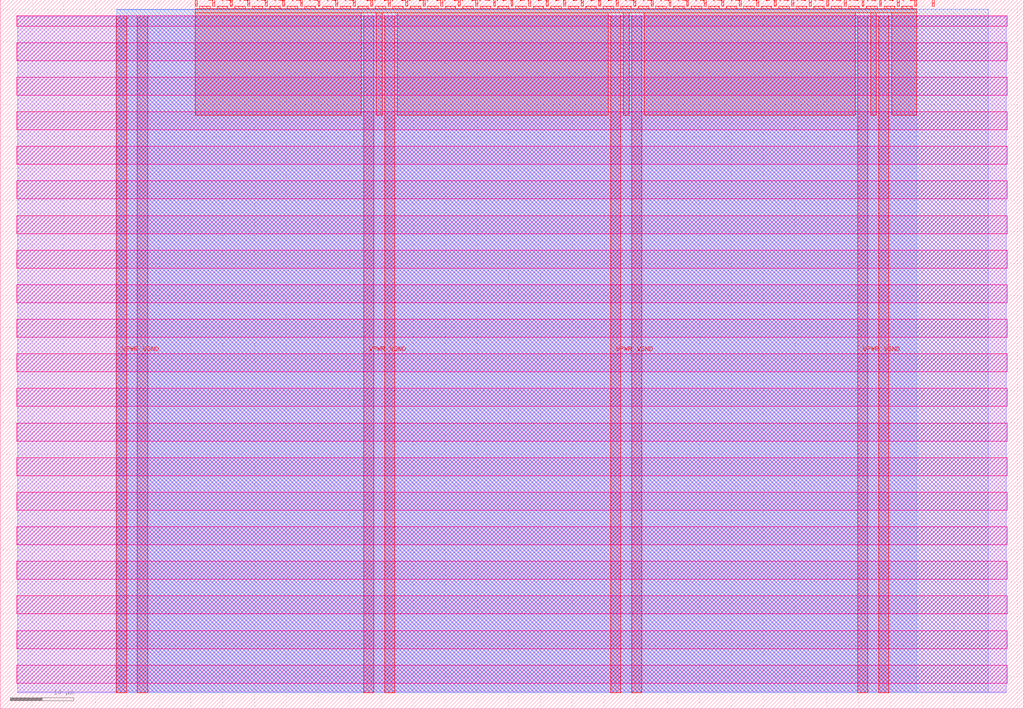
<source format=lef>
VERSION 5.7 ;
  NOWIREEXTENSIONATPIN ON ;
  DIVIDERCHAR "/" ;
  BUSBITCHARS "[]" ;
MACRO tt_um_NicklausThompson_SkyKing
  CLASS BLOCK ;
  FOREIGN tt_um_NicklausThompson_SkyKing ;
  ORIGIN 0.000 0.000 ;
  SIZE 161.000 BY 111.520 ;
  PIN VGND
    DIRECTION INOUT ;
    USE GROUND ;
    PORT
      LAYER met4 ;
        RECT 21.580 2.480 23.180 109.040 ;
    END
    PORT
      LAYER met4 ;
        RECT 60.450 2.480 62.050 109.040 ;
    END
    PORT
      LAYER met4 ;
        RECT 99.320 2.480 100.920 109.040 ;
    END
    PORT
      LAYER met4 ;
        RECT 138.190 2.480 139.790 109.040 ;
    END
  END VGND
  PIN VPWR
    DIRECTION INOUT ;
    USE POWER ;
    PORT
      LAYER met4 ;
        RECT 18.280 2.480 19.880 109.040 ;
    END
    PORT
      LAYER met4 ;
        RECT 57.150 2.480 58.750 109.040 ;
    END
    PORT
      LAYER met4 ;
        RECT 96.020 2.480 97.620 109.040 ;
    END
    PORT
      LAYER met4 ;
        RECT 134.890 2.480 136.490 109.040 ;
    END
  END VPWR
  PIN clk
    DIRECTION INPUT ;
    USE SIGNAL ;
    ANTENNAGATEAREA 0.852000 ;
    PORT
      LAYER met4 ;
        RECT 143.830 110.520 144.130 111.520 ;
    END
  END clk
  PIN ena
    DIRECTION INPUT ;
    USE SIGNAL ;
    PORT
      LAYER met4 ;
        RECT 146.590 110.520 146.890 111.520 ;
    END
  END ena
  PIN rst_n
    DIRECTION INPUT ;
    USE SIGNAL ;
    ANTENNAGATEAREA 0.213000 ;
    PORT
      LAYER met4 ;
        RECT 141.070 110.520 141.370 111.520 ;
    END
  END rst_n
  PIN ui_in[0]
    DIRECTION INPUT ;
    USE SIGNAL ;
    ANTENNAGATEAREA 0.213000 ;
    PORT
      LAYER met4 ;
        RECT 138.310 110.520 138.610 111.520 ;
    END
  END ui_in[0]
  PIN ui_in[1]
    DIRECTION INPUT ;
    USE SIGNAL ;
    ANTENNAGATEAREA 0.196500 ;
    PORT
      LAYER met4 ;
        RECT 135.550 110.520 135.850 111.520 ;
    END
  END ui_in[1]
  PIN ui_in[2]
    DIRECTION INPUT ;
    USE SIGNAL ;
    PORT
      LAYER met4 ;
        RECT 132.790 110.520 133.090 111.520 ;
    END
  END ui_in[2]
  PIN ui_in[3]
    DIRECTION INPUT ;
    USE SIGNAL ;
    PORT
      LAYER met4 ;
        RECT 130.030 110.520 130.330 111.520 ;
    END
  END ui_in[3]
  PIN ui_in[4]
    DIRECTION INPUT ;
    USE SIGNAL ;
    PORT
      LAYER met4 ;
        RECT 127.270 110.520 127.570 111.520 ;
    END
  END ui_in[4]
  PIN ui_in[5]
    DIRECTION INPUT ;
    USE SIGNAL ;
    PORT
      LAYER met4 ;
        RECT 124.510 110.520 124.810 111.520 ;
    END
  END ui_in[5]
  PIN ui_in[6]
    DIRECTION INPUT ;
    USE SIGNAL ;
    PORT
      LAYER met4 ;
        RECT 121.750 110.520 122.050 111.520 ;
    END
  END ui_in[6]
  PIN ui_in[7]
    DIRECTION INPUT ;
    USE SIGNAL ;
    PORT
      LAYER met4 ;
        RECT 118.990 110.520 119.290 111.520 ;
    END
  END ui_in[7]
  PIN uio_in[0]
    DIRECTION INPUT ;
    USE SIGNAL ;
    PORT
      LAYER met4 ;
        RECT 116.230 110.520 116.530 111.520 ;
    END
  END uio_in[0]
  PIN uio_in[1]
    DIRECTION INPUT ;
    USE SIGNAL ;
    PORT
      LAYER met4 ;
        RECT 113.470 110.520 113.770 111.520 ;
    END
  END uio_in[1]
  PIN uio_in[2]
    DIRECTION INPUT ;
    USE SIGNAL ;
    PORT
      LAYER met4 ;
        RECT 110.710 110.520 111.010 111.520 ;
    END
  END uio_in[2]
  PIN uio_in[3]
    DIRECTION INPUT ;
    USE SIGNAL ;
    PORT
      LAYER met4 ;
        RECT 107.950 110.520 108.250 111.520 ;
    END
  END uio_in[3]
  PIN uio_in[4]
    DIRECTION INPUT ;
    USE SIGNAL ;
    PORT
      LAYER met4 ;
        RECT 105.190 110.520 105.490 111.520 ;
    END
  END uio_in[4]
  PIN uio_in[5]
    DIRECTION INPUT ;
    USE SIGNAL ;
    PORT
      LAYER met4 ;
        RECT 102.430 110.520 102.730 111.520 ;
    END
  END uio_in[5]
  PIN uio_in[6]
    DIRECTION INPUT ;
    USE SIGNAL ;
    PORT
      LAYER met4 ;
        RECT 99.670 110.520 99.970 111.520 ;
    END
  END uio_in[6]
  PIN uio_in[7]
    DIRECTION INPUT ;
    USE SIGNAL ;
    PORT
      LAYER met4 ;
        RECT 96.910 110.520 97.210 111.520 ;
    END
  END uio_in[7]
  PIN uio_oe[0]
    DIRECTION OUTPUT ;
    USE SIGNAL ;
    ANTENNADIFFAREA 0.445500 ;
    PORT
      LAYER met4 ;
        RECT 49.990 110.520 50.290 111.520 ;
    END
  END uio_oe[0]
  PIN uio_oe[1]
    DIRECTION OUTPUT ;
    USE SIGNAL ;
    ANTENNADIFFAREA 0.445500 ;
    PORT
      LAYER met4 ;
        RECT 47.230 110.520 47.530 111.520 ;
    END
  END uio_oe[1]
  PIN uio_oe[2]
    DIRECTION OUTPUT ;
    USE SIGNAL ;
    ANTENNADIFFAREA 0.445500 ;
    PORT
      LAYER met4 ;
        RECT 44.470 110.520 44.770 111.520 ;
    END
  END uio_oe[2]
  PIN uio_oe[3]
    DIRECTION OUTPUT ;
    USE SIGNAL ;
    ANTENNADIFFAREA 0.445500 ;
    PORT
      LAYER met4 ;
        RECT 41.710 110.520 42.010 111.520 ;
    END
  END uio_oe[3]
  PIN uio_oe[4]
    DIRECTION OUTPUT ;
    USE SIGNAL ;
    ANTENNADIFFAREA 0.445500 ;
    PORT
      LAYER met4 ;
        RECT 38.950 110.520 39.250 111.520 ;
    END
  END uio_oe[4]
  PIN uio_oe[5]
    DIRECTION OUTPUT ;
    USE SIGNAL ;
    ANTENNADIFFAREA 0.445500 ;
    PORT
      LAYER met4 ;
        RECT 36.190 110.520 36.490 111.520 ;
    END
  END uio_oe[5]
  PIN uio_oe[6]
    DIRECTION OUTPUT ;
    USE SIGNAL ;
    ANTENNADIFFAREA 0.445500 ;
    PORT
      LAYER met4 ;
        RECT 33.430 110.520 33.730 111.520 ;
    END
  END uio_oe[6]
  PIN uio_oe[7]
    DIRECTION OUTPUT ;
    USE SIGNAL ;
    ANTENNADIFFAREA 0.445500 ;
    PORT
      LAYER met4 ;
        RECT 30.670 110.520 30.970 111.520 ;
    END
  END uio_oe[7]
  PIN uio_out[0]
    DIRECTION OUTPUT ;
    USE SIGNAL ;
    ANTENNADIFFAREA 0.643500 ;
    PORT
      LAYER met4 ;
        RECT 72.070 110.520 72.370 111.520 ;
    END
  END uio_out[0]
  PIN uio_out[1]
    DIRECTION OUTPUT ;
    USE SIGNAL ;
    ANTENNADIFFAREA 0.643500 ;
    PORT
      LAYER met4 ;
        RECT 69.310 110.520 69.610 111.520 ;
    END
  END uio_out[1]
  PIN uio_out[2]
    DIRECTION OUTPUT ;
    USE SIGNAL ;
    ANTENNADIFFAREA 0.643500 ;
    PORT
      LAYER met4 ;
        RECT 66.550 110.520 66.850 111.520 ;
    END
  END uio_out[2]
  PIN uio_out[3]
    DIRECTION OUTPUT ;
    USE SIGNAL ;
    ANTENNADIFFAREA 0.643500 ;
    PORT
      LAYER met4 ;
        RECT 63.790 110.520 64.090 111.520 ;
    END
  END uio_out[3]
  PIN uio_out[4]
    DIRECTION OUTPUT ;
    USE SIGNAL ;
    ANTENNADIFFAREA 0.643500 ;
    PORT
      LAYER met4 ;
        RECT 61.030 110.520 61.330 111.520 ;
    END
  END uio_out[4]
  PIN uio_out[5]
    DIRECTION OUTPUT ;
    USE SIGNAL ;
    ANTENNADIFFAREA 0.643500 ;
    PORT
      LAYER met4 ;
        RECT 58.270 110.520 58.570 111.520 ;
    END
  END uio_out[5]
  PIN uio_out[6]
    DIRECTION OUTPUT ;
    USE SIGNAL ;
    ANTENNADIFFAREA 0.643500 ;
    PORT
      LAYER met4 ;
        RECT 55.510 110.520 55.810 111.520 ;
    END
  END uio_out[6]
  PIN uio_out[7]
    DIRECTION OUTPUT ;
    USE SIGNAL ;
    ANTENNADIFFAREA 0.643500 ;
    PORT
      LAYER met4 ;
        RECT 52.750 110.520 53.050 111.520 ;
    END
  END uio_out[7]
  PIN uo_out[0]
    DIRECTION OUTPUT ;
    USE SIGNAL ;
    ANTENNADIFFAREA 0.462000 ;
    PORT
      LAYER met4 ;
        RECT 94.150 110.520 94.450 111.520 ;
    END
  END uo_out[0]
  PIN uo_out[1]
    DIRECTION OUTPUT ;
    USE SIGNAL ;
    ANTENNADIFFAREA 0.933750 ;
    PORT
      LAYER met4 ;
        RECT 91.390 110.520 91.690 111.520 ;
    END
  END uo_out[1]
  PIN uo_out[2]
    DIRECTION OUTPUT ;
    USE SIGNAL ;
    ANTENNADIFFAREA 0.462000 ;
    PORT
      LAYER met4 ;
        RECT 88.630 110.520 88.930 111.520 ;
    END
  END uo_out[2]
  PIN uo_out[3]
    DIRECTION OUTPUT ;
    USE SIGNAL ;
    ANTENNADIFFAREA 0.891000 ;
    PORT
      LAYER met4 ;
        RECT 85.870 110.520 86.170 111.520 ;
    END
  END uo_out[3]
  PIN uo_out[4]
    DIRECTION OUTPUT ;
    USE SIGNAL ;
    ANTENNADIFFAREA 0.933750 ;
    PORT
      LAYER met4 ;
        RECT 83.110 110.520 83.410 111.520 ;
    END
  END uo_out[4]
  PIN uo_out[5]
    DIRECTION OUTPUT ;
    USE SIGNAL ;
    ANTENNADIFFAREA 0.933750 ;
    PORT
      LAYER met4 ;
        RECT 80.350 110.520 80.650 111.520 ;
    END
  END uo_out[5]
  PIN uo_out[6]
    DIRECTION OUTPUT ;
    USE SIGNAL ;
    ANTENNADIFFAREA 0.462000 ;
    PORT
      LAYER met4 ;
        RECT 77.590 110.520 77.890 111.520 ;
    END
  END uo_out[6]
  PIN uo_out[7]
    DIRECTION OUTPUT ;
    USE SIGNAL ;
    ANTENNADIFFAREA 0.891000 ;
    PORT
      LAYER met4 ;
        RECT 74.830 110.520 75.130 111.520 ;
    END
  END uo_out[7]
  OBS
      LAYER nwell ;
        RECT 2.570 107.385 158.430 108.990 ;
        RECT 2.570 101.945 158.430 104.775 ;
        RECT 2.570 96.505 158.430 99.335 ;
        RECT 2.570 91.065 158.430 93.895 ;
        RECT 2.570 85.625 158.430 88.455 ;
        RECT 2.570 80.185 158.430 83.015 ;
        RECT 2.570 74.745 158.430 77.575 ;
        RECT 2.570 69.305 158.430 72.135 ;
        RECT 2.570 63.865 158.430 66.695 ;
        RECT 2.570 58.425 158.430 61.255 ;
        RECT 2.570 52.985 158.430 55.815 ;
        RECT 2.570 47.545 158.430 50.375 ;
        RECT 2.570 42.105 158.430 44.935 ;
        RECT 2.570 36.665 158.430 39.495 ;
        RECT 2.570 31.225 158.430 34.055 ;
        RECT 2.570 25.785 158.430 28.615 ;
        RECT 2.570 20.345 158.430 23.175 ;
        RECT 2.570 14.905 158.430 17.735 ;
        RECT 2.570 9.465 158.430 12.295 ;
        RECT 2.570 4.025 158.430 6.855 ;
      LAYER li1 ;
        RECT 2.760 2.635 158.240 108.885 ;
      LAYER met1 ;
        RECT 2.760 2.480 158.240 109.040 ;
      LAYER met2 ;
        RECT 18.310 2.535 155.380 110.005 ;
      LAYER met3 ;
        RECT 18.290 2.555 144.170 109.985 ;
      LAYER met4 ;
        RECT 31.370 110.120 33.030 110.520 ;
        RECT 34.130 110.120 35.790 110.520 ;
        RECT 36.890 110.120 38.550 110.520 ;
        RECT 39.650 110.120 41.310 110.520 ;
        RECT 42.410 110.120 44.070 110.520 ;
        RECT 45.170 110.120 46.830 110.520 ;
        RECT 47.930 110.120 49.590 110.520 ;
        RECT 50.690 110.120 52.350 110.520 ;
        RECT 53.450 110.120 55.110 110.520 ;
        RECT 56.210 110.120 57.870 110.520 ;
        RECT 58.970 110.120 60.630 110.520 ;
        RECT 61.730 110.120 63.390 110.520 ;
        RECT 64.490 110.120 66.150 110.520 ;
        RECT 67.250 110.120 68.910 110.520 ;
        RECT 70.010 110.120 71.670 110.520 ;
        RECT 72.770 110.120 74.430 110.520 ;
        RECT 75.530 110.120 77.190 110.520 ;
        RECT 78.290 110.120 79.950 110.520 ;
        RECT 81.050 110.120 82.710 110.520 ;
        RECT 83.810 110.120 85.470 110.520 ;
        RECT 86.570 110.120 88.230 110.520 ;
        RECT 89.330 110.120 90.990 110.520 ;
        RECT 92.090 110.120 93.750 110.520 ;
        RECT 94.850 110.120 96.510 110.520 ;
        RECT 97.610 110.120 99.270 110.520 ;
        RECT 100.370 110.120 102.030 110.520 ;
        RECT 103.130 110.120 104.790 110.520 ;
        RECT 105.890 110.120 107.550 110.520 ;
        RECT 108.650 110.120 110.310 110.520 ;
        RECT 111.410 110.120 113.070 110.520 ;
        RECT 114.170 110.120 115.830 110.520 ;
        RECT 116.930 110.120 118.590 110.520 ;
        RECT 119.690 110.120 121.350 110.520 ;
        RECT 122.450 110.120 124.110 110.520 ;
        RECT 125.210 110.120 126.870 110.520 ;
        RECT 127.970 110.120 129.630 110.520 ;
        RECT 130.730 110.120 132.390 110.520 ;
        RECT 133.490 110.120 135.150 110.520 ;
        RECT 136.250 110.120 137.910 110.520 ;
        RECT 139.010 110.120 140.670 110.520 ;
        RECT 141.770 110.120 143.430 110.520 ;
        RECT 30.655 109.440 144.145 110.120 ;
        RECT 30.655 93.335 56.750 109.440 ;
        RECT 59.150 93.335 60.050 109.440 ;
        RECT 62.450 93.335 95.620 109.440 ;
        RECT 98.020 93.335 98.920 109.440 ;
        RECT 101.320 93.335 134.490 109.440 ;
        RECT 136.890 93.335 137.790 109.440 ;
        RECT 140.190 93.335 144.145 109.440 ;
  END
END tt_um_NicklausThompson_SkyKing
END LIBRARY


</source>
